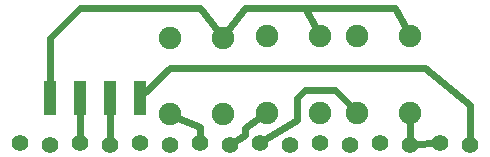
<source format=gbl>
G04 MADE WITH FRITZING*
G04 WWW.FRITZING.ORG*
G04 SINGLE SIDED*
G04 HOLES NOT PLATED*
G04 CONTOUR ON CENTER OF CONTOUR VECTOR*
%ASAXBY*%
%FSLAX23Y23*%
%MOIN*%
%OFA0B0*%
%SFA1.0B1.0*%
%ADD10C,0.075000*%
%ADD11C,0.055000*%
%ADD12R,0.039370X0.118110*%
%ADD13C,0.024000*%
%LNCOPPER0*%
G90*
G70*
G54D10*
X748Y437D03*
X748Y182D03*
X571Y437D03*
X571Y182D03*
X1071Y443D03*
X1071Y187D03*
X894Y443D03*
X894Y187D03*
X1371Y443D03*
X1371Y187D03*
X1194Y443D03*
X1194Y187D03*
G54D11*
X71Y87D03*
X171Y79D03*
X271Y87D03*
X371Y79D03*
X471Y87D03*
X571Y79D03*
X671Y87D03*
X771Y79D03*
X871Y87D03*
X971Y79D03*
X1071Y87D03*
X1171Y79D03*
X1271Y87D03*
X1371Y79D03*
X1471Y87D03*
X1571Y79D03*
G54D12*
X471Y237D03*
X371Y237D03*
X271Y237D03*
X171Y237D03*
G54D13*
X597Y170D02*
X671Y138D01*
D02*
X671Y138D02*
X671Y116D01*
D02*
X821Y113D02*
X795Y95D01*
D02*
X821Y137D02*
X821Y113D01*
D02*
X870Y171D02*
X821Y137D01*
D02*
X1400Y82D02*
X1443Y85D01*
D02*
X1371Y159D02*
X1371Y108D01*
D02*
X821Y537D02*
X765Y461D01*
D02*
X1058Y469D02*
X1021Y537D01*
D02*
X1021Y537D02*
X821Y537D01*
D02*
X1021Y537D02*
X1321Y537D01*
D02*
X1321Y537D02*
X1358Y469D01*
D02*
X996Y237D02*
X996Y162D01*
D02*
X996Y162D02*
X896Y102D01*
D02*
X1121Y263D02*
X1021Y263D01*
D02*
X1021Y263D02*
X996Y237D01*
D02*
X1174Y208D02*
X1121Y263D01*
D02*
X272Y537D02*
X672Y537D01*
D02*
X672Y537D02*
X731Y460D01*
D02*
X171Y437D02*
X272Y537D01*
D02*
X171Y291D02*
X171Y437D01*
D02*
X1571Y212D02*
X1571Y108D01*
D02*
X1421Y337D02*
X1571Y212D01*
D02*
X571Y337D02*
X1421Y337D01*
D02*
X485Y252D02*
X571Y337D01*
D02*
X271Y237D02*
X271Y116D01*
D02*
X271Y237D02*
X271Y237D01*
D02*
X371Y237D02*
X371Y108D01*
D02*
X371Y237D02*
X371Y237D01*
G04 End of Copper0*
M02*
</source>
